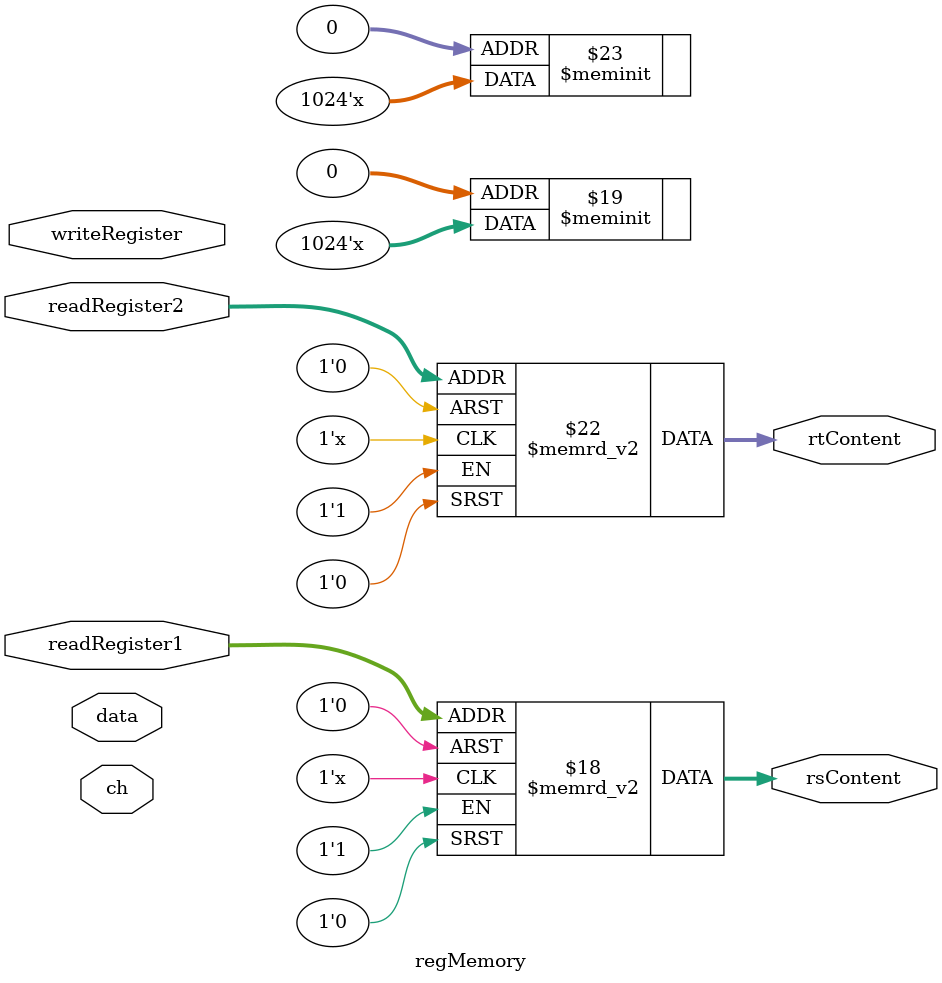
<source format=v>
module regMemory(readRegister1,readRegister2,writeRegister,data,ch,rsContent,rtContent);

	input [4:0] readRegister1;
   input [4:0] readRegister2;
   input [4:0] writeRegister;
	input [31:0] data;
	input [1:0] ch;
	output reg [31:0] rsContent;
	output reg [31:0] rtContent;
	
	reg [31:0] arr [0:31];
	
	always @(readRegister1 or readRegister2 or writeRegister or ch or data)
	begin
		rsContent = arr[readRegister1];
		rtContent = arr[readRegister2];
		
		if(ch == 2'b1) 
		begin
			arr[writeRegister] = data;
		end	
	end
endmodule
</source>
